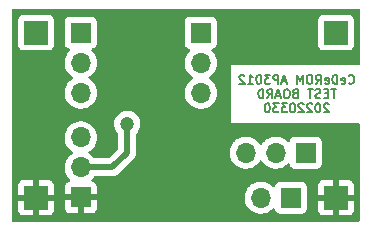
<source format=gbr>
%TF.GenerationSoftware,KiCad,Pcbnew,6.0.4*%
%TF.CreationDate,2022-03-30T22:58:47+02:00*%
%TF.ProjectId,cederom-ap3012-test,63656465-726f-46d2-9d61-70333031322d,2022-03-30*%
%TF.SameCoordinates,Original*%
%TF.FileFunction,Copper,L2,Bot*%
%TF.FilePolarity,Positive*%
%FSLAX46Y46*%
G04 Gerber Fmt 4.6, Leading zero omitted, Abs format (unit mm)*
G04 Created by KiCad (PCBNEW 6.0.4) date 2022-03-30 22:58:47*
%MOMM*%
%LPD*%
G01*
G04 APERTURE LIST*
%ADD10C,0.187500*%
%TA.AperFunction,NonConductor*%
%ADD11C,0.187500*%
%TD*%
%TA.AperFunction,ComponentPad*%
%ADD12R,1.700000X1.700000*%
%TD*%
%TA.AperFunction,ComponentPad*%
%ADD13O,1.700000X1.700000*%
%TD*%
%TA.AperFunction,ComponentPad*%
%ADD14R,2.000000X2.000000*%
%TD*%
%TA.AperFunction,ViaPad*%
%ADD15C,1.200000*%
%TD*%
%TA.AperFunction,Conductor*%
%ADD16C,0.500000*%
%TD*%
G04 APERTURE END LIST*
D10*
D11*
X102690857Y-55067357D02*
X102726571Y-55103071D01*
X102833714Y-55138785D01*
X102905142Y-55138785D01*
X103012285Y-55103071D01*
X103083714Y-55031642D01*
X103119428Y-54960214D01*
X103155142Y-54817357D01*
X103155142Y-54710214D01*
X103119428Y-54567357D01*
X103083714Y-54495928D01*
X103012285Y-54424500D01*
X102905142Y-54388785D01*
X102833714Y-54388785D01*
X102726571Y-54424500D01*
X102690857Y-54460214D01*
X102083714Y-55103071D02*
X102155142Y-55138785D01*
X102298000Y-55138785D01*
X102369428Y-55103071D01*
X102405142Y-55031642D01*
X102405142Y-54745928D01*
X102369428Y-54674500D01*
X102298000Y-54638785D01*
X102155142Y-54638785D01*
X102083714Y-54674500D01*
X102048000Y-54745928D01*
X102048000Y-54817357D01*
X102405142Y-54888785D01*
X101726571Y-55138785D02*
X101726571Y-54388785D01*
X101548000Y-54388785D01*
X101440857Y-54424500D01*
X101369428Y-54495928D01*
X101333714Y-54567357D01*
X101298000Y-54710214D01*
X101298000Y-54817357D01*
X101333714Y-54960214D01*
X101369428Y-55031642D01*
X101440857Y-55103071D01*
X101548000Y-55138785D01*
X101726571Y-55138785D01*
X100690857Y-55103071D02*
X100762285Y-55138785D01*
X100905142Y-55138785D01*
X100976571Y-55103071D01*
X101012285Y-55031642D01*
X101012285Y-54745928D01*
X100976571Y-54674500D01*
X100905142Y-54638785D01*
X100762285Y-54638785D01*
X100690857Y-54674500D01*
X100655142Y-54745928D01*
X100655142Y-54817357D01*
X101012285Y-54888785D01*
X99905142Y-55138785D02*
X100155142Y-54781642D01*
X100333714Y-55138785D02*
X100333714Y-54388785D01*
X100048000Y-54388785D01*
X99976571Y-54424500D01*
X99940857Y-54460214D01*
X99905142Y-54531642D01*
X99905142Y-54638785D01*
X99940857Y-54710214D01*
X99976571Y-54745928D01*
X100048000Y-54781642D01*
X100333714Y-54781642D01*
X99440857Y-54388785D02*
X99298000Y-54388785D01*
X99226571Y-54424500D01*
X99155142Y-54495928D01*
X99119428Y-54638785D01*
X99119428Y-54888785D01*
X99155142Y-55031642D01*
X99226571Y-55103071D01*
X99298000Y-55138785D01*
X99440857Y-55138785D01*
X99512285Y-55103071D01*
X99583714Y-55031642D01*
X99619428Y-54888785D01*
X99619428Y-54638785D01*
X99583714Y-54495928D01*
X99512285Y-54424500D01*
X99440857Y-54388785D01*
X98798000Y-55138785D02*
X98798000Y-54388785D01*
X98548000Y-54924500D01*
X98298000Y-54388785D01*
X98298000Y-55138785D01*
X97405142Y-54924500D02*
X97048000Y-54924500D01*
X97476571Y-55138785D02*
X97226571Y-54388785D01*
X96976571Y-55138785D01*
X96726571Y-55138785D02*
X96726571Y-54388785D01*
X96440857Y-54388785D01*
X96369428Y-54424500D01*
X96333714Y-54460214D01*
X96298000Y-54531642D01*
X96298000Y-54638785D01*
X96333714Y-54710214D01*
X96369428Y-54745928D01*
X96440857Y-54781642D01*
X96726571Y-54781642D01*
X96048000Y-54388785D02*
X95583714Y-54388785D01*
X95833714Y-54674500D01*
X95726571Y-54674500D01*
X95655142Y-54710214D01*
X95619428Y-54745928D01*
X95583714Y-54817357D01*
X95583714Y-54995928D01*
X95619428Y-55067357D01*
X95655142Y-55103071D01*
X95726571Y-55138785D01*
X95940857Y-55138785D01*
X96012285Y-55103071D01*
X96048000Y-55067357D01*
X95119428Y-54388785D02*
X95048000Y-54388785D01*
X94976571Y-54424500D01*
X94940857Y-54460214D01*
X94905142Y-54531642D01*
X94869428Y-54674500D01*
X94869428Y-54853071D01*
X94905142Y-54995928D01*
X94940857Y-55067357D01*
X94976571Y-55103071D01*
X95048000Y-55138785D01*
X95119428Y-55138785D01*
X95190857Y-55103071D01*
X95226571Y-55067357D01*
X95262285Y-54995928D01*
X95298000Y-54853071D01*
X95298000Y-54674500D01*
X95262285Y-54531642D01*
X95226571Y-54460214D01*
X95190857Y-54424500D01*
X95119428Y-54388785D01*
X94155142Y-55138785D02*
X94583714Y-55138785D01*
X94369428Y-55138785D02*
X94369428Y-54388785D01*
X94440857Y-54495928D01*
X94512285Y-54567357D01*
X94583714Y-54603071D01*
X93869428Y-54460214D02*
X93833714Y-54424500D01*
X93762285Y-54388785D01*
X93583714Y-54388785D01*
X93512285Y-54424500D01*
X93476571Y-54460214D01*
X93440857Y-54531642D01*
X93440857Y-54603071D01*
X93476571Y-54710214D01*
X93905142Y-55138785D01*
X93440857Y-55138785D01*
X101619428Y-55596285D02*
X101190857Y-55596285D01*
X101405142Y-56346285D02*
X101405142Y-55596285D01*
X100940857Y-55953428D02*
X100690857Y-55953428D01*
X100583714Y-56346285D02*
X100940857Y-56346285D01*
X100940857Y-55596285D01*
X100583714Y-55596285D01*
X100298000Y-56310571D02*
X100190857Y-56346285D01*
X100012285Y-56346285D01*
X99940857Y-56310571D01*
X99905142Y-56274857D01*
X99869428Y-56203428D01*
X99869428Y-56132000D01*
X99905142Y-56060571D01*
X99940857Y-56024857D01*
X100012285Y-55989142D01*
X100155142Y-55953428D01*
X100226571Y-55917714D01*
X100262285Y-55882000D01*
X100298000Y-55810571D01*
X100298000Y-55739142D01*
X100262285Y-55667714D01*
X100226571Y-55632000D01*
X100155142Y-55596285D01*
X99976571Y-55596285D01*
X99869428Y-55632000D01*
X99655142Y-55596285D02*
X99226571Y-55596285D01*
X99440857Y-56346285D02*
X99440857Y-55596285D01*
X98155142Y-55953428D02*
X98047999Y-55989142D01*
X98012285Y-56024857D01*
X97976571Y-56096285D01*
X97976571Y-56203428D01*
X98012285Y-56274857D01*
X98047999Y-56310571D01*
X98119428Y-56346285D01*
X98405142Y-56346285D01*
X98405142Y-55596285D01*
X98155142Y-55596285D01*
X98083714Y-55632000D01*
X98047999Y-55667714D01*
X98012285Y-55739142D01*
X98012285Y-55810571D01*
X98047999Y-55882000D01*
X98083714Y-55917714D01*
X98155142Y-55953428D01*
X98405142Y-55953428D01*
X97512285Y-55596285D02*
X97369428Y-55596285D01*
X97297999Y-55632000D01*
X97226571Y-55703428D01*
X97190857Y-55846285D01*
X97190857Y-56096285D01*
X97226571Y-56239142D01*
X97297999Y-56310571D01*
X97369428Y-56346285D01*
X97512285Y-56346285D01*
X97583714Y-56310571D01*
X97655142Y-56239142D01*
X97690857Y-56096285D01*
X97690857Y-55846285D01*
X97655142Y-55703428D01*
X97583714Y-55632000D01*
X97512285Y-55596285D01*
X96905142Y-56132000D02*
X96547999Y-56132000D01*
X96976571Y-56346285D02*
X96726571Y-55596285D01*
X96476571Y-56346285D01*
X95797999Y-56346285D02*
X96047999Y-55989142D01*
X96226571Y-56346285D02*
X96226571Y-55596285D01*
X95940857Y-55596285D01*
X95869428Y-55632000D01*
X95833714Y-55667714D01*
X95797999Y-55739142D01*
X95797999Y-55846285D01*
X95833714Y-55917714D01*
X95869428Y-55953428D01*
X95940857Y-55989142D01*
X96226571Y-55989142D01*
X95476571Y-56346285D02*
X95476571Y-55596285D01*
X95297999Y-55596285D01*
X95190857Y-55632000D01*
X95119428Y-55703428D01*
X95083714Y-55774857D01*
X95047999Y-55917714D01*
X95047999Y-56024857D01*
X95083714Y-56167714D01*
X95119428Y-56239142D01*
X95190857Y-56310571D01*
X95297999Y-56346285D01*
X95476571Y-56346285D01*
X101012285Y-56875214D02*
X100976571Y-56839500D01*
X100905142Y-56803785D01*
X100726571Y-56803785D01*
X100655142Y-56839500D01*
X100619428Y-56875214D01*
X100583714Y-56946642D01*
X100583714Y-57018071D01*
X100619428Y-57125214D01*
X101048000Y-57553785D01*
X100583714Y-57553785D01*
X100119428Y-56803785D02*
X100048000Y-56803785D01*
X99976571Y-56839500D01*
X99940857Y-56875214D01*
X99905142Y-56946642D01*
X99869428Y-57089500D01*
X99869428Y-57268071D01*
X99905142Y-57410928D01*
X99940857Y-57482357D01*
X99976571Y-57518071D01*
X100048000Y-57553785D01*
X100119428Y-57553785D01*
X100190857Y-57518071D01*
X100226571Y-57482357D01*
X100262285Y-57410928D01*
X100298000Y-57268071D01*
X100298000Y-57089500D01*
X100262285Y-56946642D01*
X100226571Y-56875214D01*
X100190857Y-56839500D01*
X100119428Y-56803785D01*
X99583714Y-56875214D02*
X99548000Y-56839500D01*
X99476571Y-56803785D01*
X99298000Y-56803785D01*
X99226571Y-56839500D01*
X99190857Y-56875214D01*
X99155142Y-56946642D01*
X99155142Y-57018071D01*
X99190857Y-57125214D01*
X99619428Y-57553785D01*
X99155142Y-57553785D01*
X98869428Y-56875214D02*
X98833714Y-56839500D01*
X98762285Y-56803785D01*
X98583714Y-56803785D01*
X98512285Y-56839500D01*
X98476571Y-56875214D01*
X98440857Y-56946642D01*
X98440857Y-57018071D01*
X98476571Y-57125214D01*
X98905142Y-57553785D01*
X98440857Y-57553785D01*
X97976571Y-56803785D02*
X97905142Y-56803785D01*
X97833714Y-56839500D01*
X97798000Y-56875214D01*
X97762285Y-56946642D01*
X97726571Y-57089500D01*
X97726571Y-57268071D01*
X97762285Y-57410928D01*
X97798000Y-57482357D01*
X97833714Y-57518071D01*
X97905142Y-57553785D01*
X97976571Y-57553785D01*
X98048000Y-57518071D01*
X98083714Y-57482357D01*
X98119428Y-57410928D01*
X98155142Y-57268071D01*
X98155142Y-57089500D01*
X98119428Y-56946642D01*
X98083714Y-56875214D01*
X98048000Y-56839500D01*
X97976571Y-56803785D01*
X97476571Y-56803785D02*
X97012285Y-56803785D01*
X97262285Y-57089500D01*
X97155142Y-57089500D01*
X97083714Y-57125214D01*
X97048000Y-57160928D01*
X97012285Y-57232357D01*
X97012285Y-57410928D01*
X97048000Y-57482357D01*
X97083714Y-57518071D01*
X97155142Y-57553785D01*
X97369428Y-57553785D01*
X97440857Y-57518071D01*
X97476571Y-57482357D01*
X96762285Y-56803785D02*
X96298000Y-56803785D01*
X96548000Y-57089500D01*
X96440857Y-57089500D01*
X96369428Y-57125214D01*
X96333714Y-57160928D01*
X96298000Y-57232357D01*
X96298000Y-57410928D01*
X96333714Y-57482357D01*
X96369428Y-57518071D01*
X96440857Y-57553785D01*
X96655142Y-57553785D01*
X96726571Y-57518071D01*
X96762285Y-57482357D01*
X95833714Y-56803785D02*
X95762285Y-56803785D01*
X95690857Y-56839500D01*
X95655142Y-56875214D01*
X95619428Y-56946642D01*
X95583714Y-57089500D01*
X95583714Y-57268071D01*
X95619428Y-57410928D01*
X95655142Y-57482357D01*
X95690857Y-57518071D01*
X95762285Y-57553785D01*
X95833714Y-57553785D01*
X95905142Y-57518071D01*
X95940857Y-57482357D01*
X95976571Y-57410928D01*
X96012285Y-57268071D01*
X96012285Y-57089500D01*
X95976571Y-56946642D01*
X95940857Y-56875214D01*
X95905142Y-56839500D01*
X95833714Y-56803785D01*
D12*
%TO.P,R`1,1,Pin_1*%
%TO.N,Net-(JP3-Pad1)*%
X97795000Y-64770000D03*
D13*
%TO.P,R`1,2,Pin_2*%
%TO.N,Net-(R`1-Pad2)*%
X95255000Y-64770000D03*
%TD*%
D12*
%TO.P,JP2,1,A*%
%TO.N,Net-(D1-Pad2)*%
X90170000Y-50815000D03*
D13*
%TO.P,JP2,2,C*%
%TO.N,Net-(JP2-Pad2)*%
X90170000Y-53355000D03*
%TO.P,JP2,3,B*%
%TO.N,Net-(D2-Pad2)*%
X90170000Y-55895000D03*
%TD*%
D12*
%TO.P,JP4,1,A*%
%TO.N,GND*%
X80010000Y-64755000D03*
D13*
%TO.P,JP4,2,C*%
%TO.N,Net-(JP4-Pad2)*%
X80010000Y-62215000D03*
%TO.P,JP4,3,B*%
%TO.N,Net-(C1-Pad1)*%
X80010000Y-59675000D03*
%TD*%
%TO.P,JP3,3,B*%
%TO.N,Net-(JP3-Pad3)*%
X93980000Y-60960000D03*
%TO.P,JP3,2,C*%
%TO.N,Net-(C2-Pad1)*%
X96520000Y-60960000D03*
D12*
%TO.P,JP3,1,A*%
%TO.N,Net-(JP3-Pad1)*%
X99060000Y-60960000D03*
%TD*%
%TO.P,JP1,1,A*%
%TO.N,Net-(JP1-Pad1)*%
X80010000Y-50800000D03*
D13*
%TO.P,JP1,2,C*%
%TO.N,Net-(C1-Pad1)*%
X80010000Y-53340000D03*
%TO.P,JP1,3,B*%
%TO.N,Net-(JP1-Pad3)*%
X80010000Y-55880000D03*
%TD*%
D14*
%TO.P,TP4,1,1*%
%TO.N,GND*%
X101600000Y-64770000D03*
%TD*%
%TO.P,TP1,1,1*%
%TO.N,Net-(C1-Pad1)*%
X76200000Y-50800000D03*
%TD*%
%TO.P,TP3,1,1*%
%TO.N,Net-(C2-Pad1)*%
X101600000Y-50800000D03*
%TD*%
%TO.P,TP2,1,1*%
%TO.N,GND*%
X76200000Y-64770000D03*
%TD*%
D15*
%TO.N,Net-(JP4-Pad2)*%
X83947000Y-58547000D03*
%TD*%
D16*
%TO.N,Net-(JP4-Pad2)*%
X83947000Y-58547000D02*
X83947000Y-60960000D01*
X83947000Y-60960000D02*
X82692000Y-62215000D01*
X82692000Y-62215000D02*
X80010000Y-62215000D01*
%TD*%
%TA.AperFunction,Conductor*%
%TO.N,GND*%
G36*
X103573621Y-48788502D02*
G01*
X103620114Y-48842158D01*
X103631500Y-48894500D01*
X103631500Y-53420625D01*
X103611498Y-53488746D01*
X103557842Y-53535239D01*
X103505500Y-53546625D01*
X92695750Y-53546625D01*
X92695750Y-58467375D01*
X103505500Y-58467375D01*
X103573621Y-58487377D01*
X103620114Y-58541033D01*
X103631500Y-58593375D01*
X103631500Y-66675500D01*
X103611498Y-66743621D01*
X103557842Y-66790114D01*
X103505500Y-66801500D01*
X74294500Y-66801500D01*
X74226379Y-66781498D01*
X74179886Y-66727842D01*
X74168500Y-66675500D01*
X74168500Y-65814669D01*
X74692001Y-65814669D01*
X74692371Y-65821490D01*
X74697895Y-65872352D01*
X74701521Y-65887604D01*
X74746676Y-66008054D01*
X74755214Y-66023649D01*
X74831715Y-66125724D01*
X74844276Y-66138285D01*
X74946351Y-66214786D01*
X74961946Y-66223324D01*
X75082394Y-66268478D01*
X75097649Y-66272105D01*
X75148514Y-66277631D01*
X75155328Y-66278000D01*
X75927885Y-66278000D01*
X75943124Y-66273525D01*
X75944329Y-66272135D01*
X75946000Y-66264452D01*
X75946000Y-66259884D01*
X76454000Y-66259884D01*
X76458475Y-66275123D01*
X76459865Y-66276328D01*
X76467548Y-66277999D01*
X77244669Y-66277999D01*
X77251490Y-66277629D01*
X77302352Y-66272105D01*
X77317604Y-66268479D01*
X77438054Y-66223324D01*
X77453649Y-66214786D01*
X77555724Y-66138285D01*
X77568285Y-66125724D01*
X77644786Y-66023649D01*
X77653324Y-66008054D01*
X77698478Y-65887606D01*
X77702105Y-65872351D01*
X77707631Y-65821486D01*
X77708000Y-65814672D01*
X77708000Y-65649669D01*
X78652001Y-65649669D01*
X78652371Y-65656490D01*
X78657895Y-65707352D01*
X78661521Y-65722604D01*
X78706676Y-65843054D01*
X78715214Y-65858649D01*
X78791715Y-65960724D01*
X78804276Y-65973285D01*
X78906351Y-66049786D01*
X78921946Y-66058324D01*
X79042394Y-66103478D01*
X79057649Y-66107105D01*
X79108514Y-66112631D01*
X79115328Y-66113000D01*
X79737885Y-66113000D01*
X79753124Y-66108525D01*
X79754329Y-66107135D01*
X79756000Y-66099452D01*
X79756000Y-66094884D01*
X80264000Y-66094884D01*
X80268475Y-66110123D01*
X80269865Y-66111328D01*
X80277548Y-66112999D01*
X80904669Y-66112999D01*
X80911490Y-66112629D01*
X80962352Y-66107105D01*
X80977604Y-66103479D01*
X81098054Y-66058324D01*
X81113649Y-66049786D01*
X81215724Y-65973285D01*
X81228285Y-65960724D01*
X81304786Y-65858649D01*
X81313324Y-65843054D01*
X81358478Y-65722606D01*
X81362105Y-65707351D01*
X81367631Y-65656486D01*
X81368000Y-65649672D01*
X81368000Y-65027115D01*
X81363525Y-65011876D01*
X81362135Y-65010671D01*
X81354452Y-65009000D01*
X80282115Y-65009000D01*
X80266876Y-65013475D01*
X80265671Y-65014865D01*
X80264000Y-65022548D01*
X80264000Y-66094884D01*
X79756000Y-66094884D01*
X79756000Y-65027115D01*
X79751525Y-65011876D01*
X79750135Y-65010671D01*
X79742452Y-65009000D01*
X78670116Y-65009000D01*
X78654877Y-65013475D01*
X78653672Y-65014865D01*
X78652001Y-65022548D01*
X78652001Y-65649669D01*
X77708000Y-65649669D01*
X77708000Y-65042115D01*
X77703525Y-65026876D01*
X77702135Y-65025671D01*
X77694452Y-65024000D01*
X76472115Y-65024000D01*
X76456876Y-65028475D01*
X76455671Y-65029865D01*
X76454000Y-65037548D01*
X76454000Y-66259884D01*
X75946000Y-66259884D01*
X75946000Y-65042115D01*
X75941525Y-65026876D01*
X75940135Y-65025671D01*
X75932452Y-65024000D01*
X74710116Y-65024000D01*
X74694877Y-65028475D01*
X74693672Y-65029865D01*
X74692001Y-65037548D01*
X74692001Y-65814669D01*
X74168500Y-65814669D01*
X74168500Y-64736695D01*
X93892251Y-64736695D01*
X93905110Y-64959715D01*
X93906247Y-64964761D01*
X93906248Y-64964767D01*
X93920299Y-65027115D01*
X93954222Y-65177639D01*
X94038266Y-65384616D01*
X94154987Y-65575088D01*
X94301250Y-65743938D01*
X94473126Y-65886632D01*
X94666000Y-65999338D01*
X94874692Y-66079030D01*
X94879760Y-66080061D01*
X94879763Y-66080062D01*
X94952616Y-66094884D01*
X95093597Y-66123567D01*
X95098772Y-66123757D01*
X95098774Y-66123757D01*
X95311673Y-66131564D01*
X95311677Y-66131564D01*
X95316837Y-66131753D01*
X95321957Y-66131097D01*
X95321959Y-66131097D01*
X95533288Y-66104025D01*
X95533289Y-66104025D01*
X95538416Y-66103368D01*
X95551469Y-66099452D01*
X95747429Y-66040661D01*
X95747434Y-66040659D01*
X95752384Y-66039174D01*
X95952994Y-65940896D01*
X96134860Y-65811173D01*
X96243091Y-65703319D01*
X96305462Y-65669404D01*
X96376268Y-65674592D01*
X96433030Y-65717238D01*
X96450012Y-65748341D01*
X96474879Y-65814672D01*
X96494385Y-65866705D01*
X96581739Y-65983261D01*
X96698295Y-66070615D01*
X96834684Y-66121745D01*
X96896866Y-66128500D01*
X98693134Y-66128500D01*
X98755316Y-66121745D01*
X98891705Y-66070615D01*
X99008261Y-65983261D01*
X99095615Y-65866705D01*
X99115122Y-65814669D01*
X100092001Y-65814669D01*
X100092371Y-65821490D01*
X100097895Y-65872352D01*
X100101521Y-65887604D01*
X100146676Y-66008054D01*
X100155214Y-66023649D01*
X100231715Y-66125724D01*
X100244276Y-66138285D01*
X100346351Y-66214786D01*
X100361946Y-66223324D01*
X100482394Y-66268478D01*
X100497649Y-66272105D01*
X100548514Y-66277631D01*
X100555328Y-66278000D01*
X101327885Y-66278000D01*
X101343124Y-66273525D01*
X101344329Y-66272135D01*
X101346000Y-66264452D01*
X101346000Y-66259884D01*
X101854000Y-66259884D01*
X101858475Y-66275123D01*
X101859865Y-66276328D01*
X101867548Y-66277999D01*
X102644669Y-66277999D01*
X102651490Y-66277629D01*
X102702352Y-66272105D01*
X102717604Y-66268479D01*
X102838054Y-66223324D01*
X102853649Y-66214786D01*
X102955724Y-66138285D01*
X102968285Y-66125724D01*
X103044786Y-66023649D01*
X103053324Y-66008054D01*
X103098478Y-65887606D01*
X103102105Y-65872351D01*
X103107631Y-65821486D01*
X103108000Y-65814672D01*
X103108000Y-65042115D01*
X103103525Y-65026876D01*
X103102135Y-65025671D01*
X103094452Y-65024000D01*
X101872115Y-65024000D01*
X101856876Y-65028475D01*
X101855671Y-65029865D01*
X101854000Y-65037548D01*
X101854000Y-66259884D01*
X101346000Y-66259884D01*
X101346000Y-65042115D01*
X101341525Y-65026876D01*
X101340135Y-65025671D01*
X101332452Y-65024000D01*
X100110116Y-65024000D01*
X100094877Y-65028475D01*
X100093672Y-65029865D01*
X100092001Y-65037548D01*
X100092001Y-65814669D01*
X99115122Y-65814669D01*
X99146745Y-65730316D01*
X99153500Y-65668134D01*
X99153500Y-64497885D01*
X100092000Y-64497885D01*
X100096475Y-64513124D01*
X100097865Y-64514329D01*
X100105548Y-64516000D01*
X101327885Y-64516000D01*
X101343124Y-64511525D01*
X101344329Y-64510135D01*
X101346000Y-64502452D01*
X101346000Y-64497885D01*
X101854000Y-64497885D01*
X101858475Y-64513124D01*
X101859865Y-64514329D01*
X101867548Y-64516000D01*
X103089884Y-64516000D01*
X103105123Y-64511525D01*
X103106328Y-64510135D01*
X103107999Y-64502452D01*
X103107999Y-63725331D01*
X103107629Y-63718510D01*
X103102105Y-63667648D01*
X103098479Y-63652396D01*
X103053324Y-63531946D01*
X103044786Y-63516351D01*
X102968285Y-63414276D01*
X102955724Y-63401715D01*
X102853649Y-63325214D01*
X102838054Y-63316676D01*
X102717606Y-63271522D01*
X102702351Y-63267895D01*
X102651486Y-63262369D01*
X102644672Y-63262000D01*
X101872115Y-63262000D01*
X101856876Y-63266475D01*
X101855671Y-63267865D01*
X101854000Y-63275548D01*
X101854000Y-64497885D01*
X101346000Y-64497885D01*
X101346000Y-63280116D01*
X101341525Y-63264877D01*
X101340135Y-63263672D01*
X101332452Y-63262001D01*
X100555331Y-63262001D01*
X100548510Y-63262371D01*
X100497648Y-63267895D01*
X100482396Y-63271521D01*
X100361946Y-63316676D01*
X100346351Y-63325214D01*
X100244276Y-63401715D01*
X100231715Y-63414276D01*
X100155214Y-63516351D01*
X100146676Y-63531946D01*
X100101522Y-63652394D01*
X100097895Y-63667649D01*
X100092369Y-63718514D01*
X100092000Y-63725328D01*
X100092000Y-64497885D01*
X99153500Y-64497885D01*
X99153500Y-63871866D01*
X99146745Y-63809684D01*
X99095615Y-63673295D01*
X99008261Y-63556739D01*
X98891705Y-63469385D01*
X98755316Y-63418255D01*
X98693134Y-63411500D01*
X96896866Y-63411500D01*
X96834684Y-63418255D01*
X96698295Y-63469385D01*
X96581739Y-63556739D01*
X96494385Y-63673295D01*
X96491233Y-63681703D01*
X96449919Y-63791907D01*
X96407277Y-63848671D01*
X96340716Y-63873371D01*
X96271367Y-63858163D01*
X96238743Y-63832476D01*
X96188151Y-63776875D01*
X96188142Y-63776866D01*
X96184670Y-63773051D01*
X96180619Y-63769852D01*
X96180615Y-63769848D01*
X96013414Y-63637800D01*
X96013410Y-63637798D01*
X96009359Y-63634598D01*
X95813789Y-63526638D01*
X95808920Y-63524914D01*
X95808916Y-63524912D01*
X95608087Y-63453795D01*
X95608083Y-63453794D01*
X95603212Y-63452069D01*
X95598119Y-63451162D01*
X95598116Y-63451161D01*
X95388373Y-63413800D01*
X95388367Y-63413799D01*
X95383284Y-63412894D01*
X95309452Y-63411992D01*
X95165081Y-63410228D01*
X95165079Y-63410228D01*
X95159911Y-63410165D01*
X94939091Y-63443955D01*
X94726756Y-63513357D01*
X94528607Y-63616507D01*
X94524474Y-63619610D01*
X94524471Y-63619612D01*
X94354100Y-63747530D01*
X94349965Y-63750635D01*
X94314837Y-63787394D01*
X94256280Y-63848671D01*
X94195629Y-63912138D01*
X94069743Y-64096680D01*
X93975688Y-64299305D01*
X93915989Y-64514570D01*
X93892251Y-64736695D01*
X74168500Y-64736695D01*
X74168500Y-64497885D01*
X74692000Y-64497885D01*
X74696475Y-64513124D01*
X74697865Y-64514329D01*
X74705548Y-64516000D01*
X75927885Y-64516000D01*
X75943124Y-64511525D01*
X75944329Y-64510135D01*
X75946000Y-64502452D01*
X75946000Y-64497885D01*
X76454000Y-64497885D01*
X76458475Y-64513124D01*
X76459865Y-64514329D01*
X76467548Y-64516000D01*
X77689884Y-64516000D01*
X77705123Y-64511525D01*
X77706328Y-64510135D01*
X77707999Y-64502452D01*
X77707999Y-63725331D01*
X77707629Y-63718510D01*
X77702105Y-63667648D01*
X77698479Y-63652396D01*
X77653324Y-63531946D01*
X77644786Y-63516351D01*
X77568285Y-63414276D01*
X77555724Y-63401715D01*
X77453649Y-63325214D01*
X77438054Y-63316676D01*
X77317606Y-63271522D01*
X77302351Y-63267895D01*
X77251486Y-63262369D01*
X77244672Y-63262000D01*
X76472115Y-63262000D01*
X76456876Y-63266475D01*
X76455671Y-63267865D01*
X76454000Y-63275548D01*
X76454000Y-64497885D01*
X75946000Y-64497885D01*
X75946000Y-63280116D01*
X75941525Y-63264877D01*
X75940135Y-63263672D01*
X75932452Y-63262001D01*
X75155331Y-63262001D01*
X75148510Y-63262371D01*
X75097648Y-63267895D01*
X75082396Y-63271521D01*
X74961946Y-63316676D01*
X74946351Y-63325214D01*
X74844276Y-63401715D01*
X74831715Y-63414276D01*
X74755214Y-63516351D01*
X74746676Y-63531946D01*
X74701522Y-63652394D01*
X74697895Y-63667649D01*
X74692369Y-63718514D01*
X74692000Y-63725328D01*
X74692000Y-64497885D01*
X74168500Y-64497885D01*
X74168500Y-62181695D01*
X78647251Y-62181695D01*
X78647548Y-62186848D01*
X78647548Y-62186851D01*
X78659812Y-62399547D01*
X78660110Y-62404715D01*
X78661247Y-62409761D01*
X78661248Y-62409767D01*
X78685304Y-62516508D01*
X78709222Y-62622639D01*
X78758752Y-62744617D01*
X78786876Y-62813878D01*
X78793266Y-62829616D01*
X78809808Y-62856610D01*
X78875895Y-62964454D01*
X78909987Y-63020088D01*
X79056250Y-63188938D01*
X79060225Y-63192238D01*
X79060231Y-63192244D01*
X79065425Y-63196556D01*
X79105059Y-63255460D01*
X79106555Y-63326441D01*
X79069439Y-63386962D01*
X79029168Y-63411480D01*
X78921946Y-63451676D01*
X78906351Y-63460214D01*
X78804276Y-63536715D01*
X78791715Y-63549276D01*
X78715214Y-63651351D01*
X78706676Y-63666946D01*
X78661522Y-63787394D01*
X78657895Y-63802649D01*
X78652369Y-63853514D01*
X78652000Y-63860328D01*
X78652000Y-64482885D01*
X78656475Y-64498124D01*
X78657865Y-64499329D01*
X78665548Y-64501000D01*
X81349884Y-64501000D01*
X81365123Y-64496525D01*
X81366328Y-64495135D01*
X81367999Y-64487452D01*
X81367999Y-63860331D01*
X81367629Y-63853510D01*
X81362105Y-63802648D01*
X81358479Y-63787396D01*
X81313324Y-63666946D01*
X81304786Y-63651351D01*
X81228285Y-63549276D01*
X81215724Y-63536715D01*
X81113649Y-63460214D01*
X81098054Y-63451676D01*
X80987813Y-63410348D01*
X80931049Y-63367706D01*
X80906349Y-63301145D01*
X80921557Y-63231796D01*
X80943104Y-63203115D01*
X81044430Y-63102144D01*
X81044440Y-63102132D01*
X81048096Y-63098489D01*
X81100203Y-63025974D01*
X81156198Y-62982326D01*
X81202526Y-62973500D01*
X82624930Y-62973500D01*
X82643880Y-62974933D01*
X82658115Y-62977099D01*
X82658119Y-62977099D01*
X82665349Y-62978199D01*
X82672641Y-62977606D01*
X82672644Y-62977606D01*
X82718018Y-62973915D01*
X82728233Y-62973500D01*
X82736293Y-62973500D01*
X82749583Y-62971951D01*
X82764507Y-62970211D01*
X82768882Y-62969778D01*
X82834339Y-62964454D01*
X82834342Y-62964453D01*
X82841637Y-62963860D01*
X82848601Y-62961604D01*
X82854560Y-62960413D01*
X82860415Y-62959029D01*
X82867681Y-62958182D01*
X82936327Y-62933265D01*
X82940455Y-62931848D01*
X83002936Y-62911607D01*
X83002938Y-62911606D01*
X83009899Y-62909351D01*
X83016154Y-62905555D01*
X83021628Y-62903049D01*
X83027058Y-62900330D01*
X83033937Y-62897833D01*
X83094976Y-62857814D01*
X83098680Y-62855477D01*
X83161107Y-62817595D01*
X83169484Y-62810197D01*
X83169508Y-62810224D01*
X83172500Y-62807571D01*
X83175733Y-62804868D01*
X83181852Y-62800856D01*
X83235128Y-62744617D01*
X83237506Y-62742175D01*
X84435911Y-61543770D01*
X84450323Y-61531384D01*
X84461918Y-61522851D01*
X84461923Y-61522846D01*
X84467818Y-61518508D01*
X84472557Y-61512930D01*
X84472560Y-61512927D01*
X84502035Y-61478232D01*
X84508965Y-61470716D01*
X84514660Y-61465021D01*
X84523679Y-61453621D01*
X84532281Y-61442749D01*
X84535072Y-61439345D01*
X84577591Y-61389297D01*
X84577592Y-61389295D01*
X84582333Y-61383715D01*
X84585661Y-61377199D01*
X84589028Y-61372150D01*
X84592195Y-61367021D01*
X84596734Y-61361284D01*
X84627655Y-61295125D01*
X84629561Y-61291225D01*
X84662769Y-61226192D01*
X84664508Y-61219084D01*
X84666607Y-61213441D01*
X84668524Y-61207678D01*
X84671622Y-61201050D01*
X84686487Y-61129583D01*
X84687457Y-61125299D01*
X84702307Y-61064612D01*
X84704808Y-61054390D01*
X84705500Y-61043236D01*
X84705536Y-61043238D01*
X84705775Y-61039245D01*
X84706149Y-61035053D01*
X84707640Y-61027885D01*
X84705546Y-60950479D01*
X84705500Y-60947072D01*
X84705500Y-60926695D01*
X92617251Y-60926695D01*
X92617548Y-60931848D01*
X92617548Y-60931851D01*
X92629812Y-61144547D01*
X92630110Y-61149715D01*
X92631247Y-61154761D01*
X92631248Y-61154767D01*
X92645510Y-61218051D01*
X92679222Y-61367639D01*
X92719819Y-61467617D01*
X92751799Y-61546375D01*
X92763266Y-61574616D01*
X92800685Y-61635678D01*
X92877291Y-61760688D01*
X92879987Y-61765088D01*
X93026250Y-61933938D01*
X93198126Y-62076632D01*
X93391000Y-62189338D01*
X93599692Y-62269030D01*
X93604760Y-62270061D01*
X93604763Y-62270062D01*
X93712017Y-62291883D01*
X93818597Y-62313567D01*
X93823772Y-62313757D01*
X93823774Y-62313757D01*
X94036673Y-62321564D01*
X94036677Y-62321564D01*
X94041837Y-62321753D01*
X94046957Y-62321097D01*
X94046959Y-62321097D01*
X94258288Y-62294025D01*
X94258289Y-62294025D01*
X94263416Y-62293368D01*
X94268366Y-62291883D01*
X94472429Y-62230661D01*
X94472434Y-62230659D01*
X94477384Y-62229174D01*
X94677994Y-62130896D01*
X94859860Y-62001173D01*
X95018096Y-61843489D01*
X95077594Y-61760689D01*
X95148453Y-61662077D01*
X95149776Y-61663028D01*
X95196645Y-61619857D01*
X95266580Y-61607625D01*
X95332026Y-61635144D01*
X95359875Y-61666994D01*
X95419987Y-61765088D01*
X95566250Y-61933938D01*
X95738126Y-62076632D01*
X95931000Y-62189338D01*
X96139692Y-62269030D01*
X96144760Y-62270061D01*
X96144763Y-62270062D01*
X96252017Y-62291883D01*
X96358597Y-62313567D01*
X96363772Y-62313757D01*
X96363774Y-62313757D01*
X96576673Y-62321564D01*
X96576677Y-62321564D01*
X96581837Y-62321753D01*
X96586957Y-62321097D01*
X96586959Y-62321097D01*
X96798288Y-62294025D01*
X96798289Y-62294025D01*
X96803416Y-62293368D01*
X96808366Y-62291883D01*
X97012429Y-62230661D01*
X97012434Y-62230659D01*
X97017384Y-62229174D01*
X97217994Y-62130896D01*
X97399860Y-62001173D01*
X97508091Y-61893319D01*
X97570462Y-61859404D01*
X97641268Y-61864592D01*
X97698030Y-61907238D01*
X97715012Y-61938341D01*
X97724896Y-61964707D01*
X97759385Y-62056705D01*
X97846739Y-62173261D01*
X97963295Y-62260615D01*
X98099684Y-62311745D01*
X98161866Y-62318500D01*
X99958134Y-62318500D01*
X100020316Y-62311745D01*
X100156705Y-62260615D01*
X100273261Y-62173261D01*
X100360615Y-62056705D01*
X100411745Y-61920316D01*
X100418500Y-61858134D01*
X100418500Y-60061866D01*
X100411745Y-59999684D01*
X100360615Y-59863295D01*
X100273261Y-59746739D01*
X100156705Y-59659385D01*
X100020316Y-59608255D01*
X99958134Y-59601500D01*
X98161866Y-59601500D01*
X98099684Y-59608255D01*
X97963295Y-59659385D01*
X97846739Y-59746739D01*
X97759385Y-59863295D01*
X97756233Y-59871703D01*
X97714919Y-59981907D01*
X97672277Y-60038671D01*
X97605716Y-60063371D01*
X97536367Y-60048163D01*
X97503743Y-60022476D01*
X97453151Y-59966875D01*
X97453142Y-59966866D01*
X97449670Y-59963051D01*
X97445619Y-59959852D01*
X97445615Y-59959848D01*
X97278414Y-59827800D01*
X97278410Y-59827798D01*
X97274359Y-59824598D01*
X97078789Y-59716638D01*
X97073920Y-59714914D01*
X97073916Y-59714912D01*
X96873087Y-59643795D01*
X96873083Y-59643794D01*
X96868212Y-59642069D01*
X96863119Y-59641162D01*
X96863116Y-59641161D01*
X96653373Y-59603800D01*
X96653367Y-59603799D01*
X96648284Y-59602894D01*
X96574452Y-59601992D01*
X96430081Y-59600228D01*
X96430079Y-59600228D01*
X96424911Y-59600165D01*
X96204091Y-59633955D01*
X95991756Y-59703357D01*
X95793607Y-59806507D01*
X95789474Y-59809610D01*
X95789471Y-59809612D01*
X95619100Y-59937530D01*
X95614965Y-59940635D01*
X95588792Y-59968023D01*
X95521280Y-60038671D01*
X95460629Y-60102138D01*
X95353201Y-60259621D01*
X95298293Y-60304621D01*
X95227768Y-60312792D01*
X95164021Y-60281538D01*
X95143324Y-60257054D01*
X95062822Y-60132617D01*
X95062820Y-60132614D01*
X95060014Y-60128277D01*
X94909670Y-59963051D01*
X94905619Y-59959852D01*
X94905615Y-59959848D01*
X94738414Y-59827800D01*
X94738410Y-59827798D01*
X94734359Y-59824598D01*
X94538789Y-59716638D01*
X94533920Y-59714914D01*
X94533916Y-59714912D01*
X94333087Y-59643795D01*
X94333083Y-59643794D01*
X94328212Y-59642069D01*
X94323119Y-59641162D01*
X94323116Y-59641161D01*
X94113373Y-59603800D01*
X94113367Y-59603799D01*
X94108284Y-59602894D01*
X94034452Y-59601992D01*
X93890081Y-59600228D01*
X93890079Y-59600228D01*
X93884911Y-59600165D01*
X93664091Y-59633955D01*
X93451756Y-59703357D01*
X93253607Y-59806507D01*
X93249474Y-59809610D01*
X93249471Y-59809612D01*
X93079100Y-59937530D01*
X93074965Y-59940635D01*
X93048792Y-59968023D01*
X92981280Y-60038671D01*
X92920629Y-60102138D01*
X92917720Y-60106403D01*
X92917714Y-60106411D01*
X92866524Y-60181453D01*
X92794743Y-60286680D01*
X92700688Y-60489305D01*
X92640989Y-60704570D01*
X92617251Y-60926695D01*
X84705500Y-60926695D01*
X84705500Y-59414226D01*
X84725502Y-59346105D01*
X84734626Y-59333657D01*
X84747887Y-59317713D01*
X84864458Y-59177551D01*
X84964004Y-58999799D01*
X84965860Y-58994332D01*
X84965862Y-58994327D01*
X85027634Y-58812352D01*
X85027635Y-58812347D01*
X85029490Y-58806883D01*
X85058723Y-58605263D01*
X85060249Y-58547000D01*
X85042956Y-58358795D01*
X85042137Y-58349880D01*
X85042136Y-58349877D01*
X85041608Y-58344126D01*
X84986307Y-58148047D01*
X84975680Y-58126496D01*
X84898756Y-57970510D01*
X84896201Y-57965329D01*
X84877796Y-57940681D01*
X84777758Y-57806715D01*
X84777758Y-57806714D01*
X84774305Y-57802091D01*
X84624703Y-57663800D01*
X84578675Y-57634759D01*
X84457288Y-57558169D01*
X84457283Y-57558167D01*
X84452404Y-57555088D01*
X84263180Y-57479595D01*
X84063366Y-57439849D01*
X84057592Y-57439773D01*
X84057588Y-57439773D01*
X83954452Y-57438424D01*
X83859655Y-57437183D01*
X83853958Y-57438162D01*
X83853957Y-57438162D01*
X83664567Y-57470705D01*
X83658870Y-57471684D01*
X83467734Y-57542198D01*
X83292649Y-57646363D01*
X83139478Y-57780690D01*
X83135911Y-57785215D01*
X83135906Y-57785220D01*
X83049331Y-57895040D01*
X83013351Y-57940681D01*
X82918492Y-58120978D01*
X82858078Y-58315543D01*
X82834132Y-58517859D01*
X82847457Y-58721151D01*
X82897605Y-58918610D01*
X82982898Y-59103624D01*
X82986231Y-59108340D01*
X83076242Y-59235702D01*
X83100479Y-59269997D01*
X83104621Y-59274032D01*
X83150421Y-59318648D01*
X83185259Y-59380509D01*
X83188500Y-59408902D01*
X83188500Y-60593629D01*
X83168498Y-60661750D01*
X83151595Y-60682724D01*
X82414724Y-61419595D01*
X82352412Y-61453621D01*
X82325629Y-61456500D01*
X81205939Y-61456500D01*
X81137818Y-61436498D01*
X81100147Y-61398941D01*
X81093909Y-61389297D01*
X81090014Y-61383277D01*
X80939670Y-61218051D01*
X80935619Y-61214852D01*
X80935615Y-61214848D01*
X80768414Y-61082800D01*
X80768410Y-61082798D01*
X80764359Y-61079598D01*
X80723053Y-61056796D01*
X80673084Y-61006364D01*
X80658312Y-60936921D01*
X80683428Y-60870516D01*
X80710780Y-60843909D01*
X80754603Y-60812650D01*
X80889860Y-60716173D01*
X81048096Y-60558489D01*
X81097810Y-60489305D01*
X81175435Y-60381277D01*
X81178453Y-60377077D01*
X81210225Y-60312792D01*
X81275136Y-60181453D01*
X81275137Y-60181451D01*
X81277430Y-60176811D01*
X81328859Y-60007540D01*
X81340865Y-59968023D01*
X81340865Y-59968021D01*
X81342370Y-59963069D01*
X81371529Y-59741590D01*
X81372463Y-59703357D01*
X81373074Y-59678365D01*
X81373074Y-59678361D01*
X81373156Y-59675000D01*
X81354852Y-59452361D01*
X81300431Y-59235702D01*
X81211354Y-59030840D01*
X81090014Y-58843277D01*
X80939670Y-58678051D01*
X80935619Y-58674852D01*
X80935615Y-58674848D01*
X80768414Y-58542800D01*
X80768410Y-58542798D01*
X80764359Y-58539598D01*
X80568789Y-58431638D01*
X80563920Y-58429914D01*
X80563916Y-58429912D01*
X80363087Y-58358795D01*
X80363083Y-58358794D01*
X80358212Y-58357069D01*
X80353119Y-58356162D01*
X80353116Y-58356161D01*
X80143373Y-58318800D01*
X80143367Y-58318799D01*
X80138284Y-58317894D01*
X80064452Y-58316992D01*
X79920081Y-58315228D01*
X79920079Y-58315228D01*
X79914911Y-58315165D01*
X79694091Y-58348955D01*
X79481756Y-58418357D01*
X79451443Y-58434137D01*
X79301632Y-58512124D01*
X79283607Y-58521507D01*
X79279474Y-58524610D01*
X79279471Y-58524612D01*
X79109100Y-58652530D01*
X79104965Y-58655635D01*
X79101393Y-58659373D01*
X78955203Y-58812352D01*
X78950629Y-58817138D01*
X78947715Y-58821410D01*
X78947714Y-58821411D01*
X78877831Y-58923856D01*
X78824743Y-59001680D01*
X78809003Y-59035590D01*
X78743107Y-59177551D01*
X78730688Y-59204305D01*
X78670989Y-59419570D01*
X78647251Y-59641695D01*
X78647548Y-59646848D01*
X78647548Y-59646851D01*
X78659614Y-59856109D01*
X78660110Y-59864715D01*
X78661247Y-59869761D01*
X78661248Y-59869767D01*
X78678062Y-59944373D01*
X78709222Y-60082639D01*
X78793266Y-60289616D01*
X78795965Y-60294020D01*
X78904667Y-60471406D01*
X78909987Y-60480088D01*
X79056250Y-60648938D01*
X79228126Y-60791632D01*
X79298595Y-60832811D01*
X79301445Y-60834476D01*
X79350169Y-60886114D01*
X79363240Y-60955897D01*
X79336509Y-61021669D01*
X79296055Y-61055027D01*
X79283607Y-61061507D01*
X79279474Y-61064610D01*
X79279471Y-61064612D01*
X79159396Y-61154767D01*
X79104965Y-61195635D01*
X78950629Y-61357138D01*
X78947715Y-61361410D01*
X78947714Y-61361411D01*
X78922113Y-61398941D01*
X78824743Y-61541680D01*
X78730688Y-61744305D01*
X78670989Y-61959570D01*
X78647251Y-62181695D01*
X74168500Y-62181695D01*
X74168500Y-55846695D01*
X78647251Y-55846695D01*
X78647548Y-55851848D01*
X78647548Y-55851851D01*
X78653876Y-55961590D01*
X78660110Y-56069715D01*
X78661247Y-56074761D01*
X78661248Y-56074767D01*
X78663490Y-56084715D01*
X78709222Y-56287639D01*
X78793266Y-56494616D01*
X78909987Y-56685088D01*
X79056250Y-56853938D01*
X79228126Y-56996632D01*
X79421000Y-57109338D01*
X79629692Y-57189030D01*
X79634760Y-57190061D01*
X79634763Y-57190062D01*
X79708491Y-57205062D01*
X79848597Y-57233567D01*
X79853772Y-57233757D01*
X79853774Y-57233757D01*
X80066673Y-57241564D01*
X80066677Y-57241564D01*
X80071837Y-57241753D01*
X80076957Y-57241097D01*
X80076959Y-57241097D01*
X80288288Y-57214025D01*
X80288289Y-57214025D01*
X80293416Y-57213368D01*
X80298366Y-57211883D01*
X80502429Y-57150661D01*
X80502434Y-57150659D01*
X80507384Y-57149174D01*
X80707994Y-57050896D01*
X80889860Y-56921173D01*
X81048096Y-56763489D01*
X81107594Y-56680689D01*
X81175435Y-56586277D01*
X81178453Y-56582077D01*
X81267723Y-56401453D01*
X81275136Y-56386453D01*
X81275137Y-56386451D01*
X81277430Y-56381811D01*
X81309900Y-56274940D01*
X81340865Y-56173023D01*
X81340865Y-56173021D01*
X81342370Y-56168069D01*
X81371529Y-55946590D01*
X81372790Y-55895000D01*
X81373074Y-55883365D01*
X81373074Y-55883361D01*
X81373156Y-55880000D01*
X81371651Y-55861695D01*
X88807251Y-55861695D01*
X88807548Y-55866848D01*
X88807548Y-55866851D01*
X88813011Y-55961590D01*
X88820110Y-56084715D01*
X88821247Y-56089761D01*
X88821248Y-56089767D01*
X88837739Y-56162939D01*
X88869222Y-56302639D01*
X88953266Y-56509616D01*
X89069987Y-56700088D01*
X89216250Y-56868938D01*
X89388126Y-57011632D01*
X89581000Y-57124338D01*
X89789692Y-57204030D01*
X89794760Y-57205061D01*
X89794763Y-57205062D01*
X89902017Y-57226883D01*
X90008597Y-57248567D01*
X90013772Y-57248757D01*
X90013774Y-57248757D01*
X90226673Y-57256564D01*
X90226677Y-57256564D01*
X90231837Y-57256753D01*
X90236957Y-57256097D01*
X90236959Y-57256097D01*
X90448288Y-57229025D01*
X90448289Y-57229025D01*
X90453416Y-57228368D01*
X90458366Y-57226883D01*
X90662429Y-57165661D01*
X90662434Y-57165659D01*
X90667384Y-57164174D01*
X90867994Y-57065896D01*
X91049860Y-56936173D01*
X91208096Y-56778489D01*
X91221891Y-56759292D01*
X91335435Y-56601277D01*
X91338453Y-56597077D01*
X91345867Y-56582077D01*
X91435136Y-56401453D01*
X91435137Y-56401451D01*
X91437430Y-56396811D01*
X91502370Y-56183069D01*
X91531529Y-55961590D01*
X91531611Y-55958240D01*
X91533074Y-55898365D01*
X91533074Y-55898361D01*
X91533156Y-55895000D01*
X91514852Y-55672361D01*
X91460431Y-55455702D01*
X91371354Y-55250840D01*
X91250014Y-55063277D01*
X91099670Y-54898051D01*
X91095619Y-54894852D01*
X91095615Y-54894848D01*
X90928414Y-54762800D01*
X90928410Y-54762798D01*
X90924359Y-54759598D01*
X90883053Y-54736796D01*
X90833084Y-54686364D01*
X90818312Y-54616921D01*
X90843428Y-54550516D01*
X90870780Y-54523909D01*
X90914603Y-54492650D01*
X91049860Y-54396173D01*
X91208096Y-54238489D01*
X91221891Y-54219292D01*
X91335435Y-54061277D01*
X91338453Y-54057077D01*
X91345867Y-54042077D01*
X91435136Y-53861453D01*
X91435137Y-53861451D01*
X91437430Y-53856811D01*
X91502370Y-53643069D01*
X91531529Y-53421590D01*
X91531611Y-53418240D01*
X91533074Y-53358365D01*
X91533074Y-53358361D01*
X91533156Y-53355000D01*
X91514852Y-53132361D01*
X91460431Y-52915702D01*
X91371354Y-52710840D01*
X91250014Y-52523277D01*
X91232883Y-52504450D01*
X91102798Y-52361488D01*
X91071746Y-52297642D01*
X91080141Y-52227143D01*
X91125317Y-52172375D01*
X91151761Y-52158706D01*
X91258297Y-52118767D01*
X91266705Y-52115615D01*
X91383261Y-52028261D01*
X91470615Y-51911705D01*
X91494447Y-51848134D01*
X100091500Y-51848134D01*
X100098255Y-51910316D01*
X100149385Y-52046705D01*
X100236739Y-52163261D01*
X100353295Y-52250615D01*
X100489684Y-52301745D01*
X100551866Y-52308500D01*
X102648134Y-52308500D01*
X102710316Y-52301745D01*
X102846705Y-52250615D01*
X102963261Y-52163261D01*
X103050615Y-52046705D01*
X103101745Y-51910316D01*
X103108500Y-51848134D01*
X103108500Y-49751866D01*
X103101745Y-49689684D01*
X103050615Y-49553295D01*
X102963261Y-49436739D01*
X102846705Y-49349385D01*
X102710316Y-49298255D01*
X102648134Y-49291500D01*
X100551866Y-49291500D01*
X100489684Y-49298255D01*
X100353295Y-49349385D01*
X100236739Y-49436739D01*
X100149385Y-49553295D01*
X100098255Y-49689684D01*
X100091500Y-49751866D01*
X100091500Y-51848134D01*
X91494447Y-51848134D01*
X91521745Y-51775316D01*
X91528500Y-51713134D01*
X91528500Y-49916866D01*
X91521745Y-49854684D01*
X91470615Y-49718295D01*
X91383261Y-49601739D01*
X91266705Y-49514385D01*
X91130316Y-49463255D01*
X91068134Y-49456500D01*
X89271866Y-49456500D01*
X89209684Y-49463255D01*
X89073295Y-49514385D01*
X88956739Y-49601739D01*
X88869385Y-49718295D01*
X88818255Y-49854684D01*
X88811500Y-49916866D01*
X88811500Y-51713134D01*
X88818255Y-51775316D01*
X88869385Y-51911705D01*
X88956739Y-52028261D01*
X89073295Y-52115615D01*
X89081704Y-52118767D01*
X89081705Y-52118768D01*
X89190451Y-52159535D01*
X89247216Y-52202176D01*
X89271916Y-52268738D01*
X89256709Y-52338087D01*
X89237316Y-52364568D01*
X89128535Y-52478401D01*
X89110629Y-52497138D01*
X88984743Y-52681680D01*
X88969003Y-52715590D01*
X88895334Y-52874297D01*
X88890688Y-52884305D01*
X88830989Y-53099570D01*
X88807251Y-53321695D01*
X88807548Y-53326848D01*
X88807548Y-53326851D01*
X88812955Y-53420625D01*
X88820110Y-53544715D01*
X88821247Y-53549761D01*
X88821248Y-53549767D01*
X88837739Y-53622939D01*
X88869222Y-53762639D01*
X88953266Y-53969616D01*
X89069987Y-54160088D01*
X89216250Y-54328938D01*
X89388126Y-54471632D01*
X89451918Y-54508909D01*
X89461445Y-54514476D01*
X89510169Y-54566114D01*
X89523240Y-54635897D01*
X89496509Y-54701669D01*
X89456055Y-54735027D01*
X89443607Y-54741507D01*
X89439474Y-54744610D01*
X89439471Y-54744612D01*
X89269100Y-54872530D01*
X89264965Y-54875635D01*
X89261393Y-54879373D01*
X89128535Y-55018401D01*
X89110629Y-55037138D01*
X88984743Y-55221680D01*
X88969003Y-55255590D01*
X88895334Y-55414297D01*
X88890688Y-55424305D01*
X88830989Y-55639570D01*
X88807251Y-55861695D01*
X81371651Y-55861695D01*
X81354852Y-55657361D01*
X81300431Y-55440702D01*
X81211354Y-55235840D01*
X81090014Y-55048277D01*
X80939670Y-54883051D01*
X80935619Y-54879852D01*
X80935615Y-54879848D01*
X80768414Y-54747800D01*
X80768410Y-54747798D01*
X80764359Y-54744598D01*
X80723053Y-54721796D01*
X80673084Y-54671364D01*
X80658312Y-54601921D01*
X80683428Y-54535516D01*
X80710780Y-54508909D01*
X80767674Y-54468327D01*
X80889860Y-54381173D01*
X81048096Y-54223489D01*
X81107594Y-54140689D01*
X81175435Y-54046277D01*
X81178453Y-54042077D01*
X81267723Y-53861453D01*
X81275136Y-53846453D01*
X81275137Y-53846451D01*
X81277430Y-53841811D01*
X81309900Y-53734940D01*
X81340865Y-53633023D01*
X81340865Y-53633021D01*
X81342370Y-53628069D01*
X81371529Y-53406590D01*
X81372790Y-53355000D01*
X81373074Y-53343365D01*
X81373074Y-53343361D01*
X81373156Y-53340000D01*
X81354852Y-53117361D01*
X81300431Y-52900702D01*
X81211354Y-52695840D01*
X81090014Y-52508277D01*
X81086532Y-52504450D01*
X80942798Y-52346488D01*
X80911746Y-52282642D01*
X80920141Y-52212143D01*
X80965317Y-52157375D01*
X80991761Y-52143706D01*
X81098297Y-52103767D01*
X81106705Y-52100615D01*
X81223261Y-52013261D01*
X81310615Y-51896705D01*
X81361745Y-51760316D01*
X81368500Y-51698134D01*
X81368500Y-49901866D01*
X81361745Y-49839684D01*
X81310615Y-49703295D01*
X81223261Y-49586739D01*
X81106705Y-49499385D01*
X80970316Y-49448255D01*
X80908134Y-49441500D01*
X79111866Y-49441500D01*
X79049684Y-49448255D01*
X78913295Y-49499385D01*
X78796739Y-49586739D01*
X78709385Y-49703295D01*
X78658255Y-49839684D01*
X78651500Y-49901866D01*
X78651500Y-51698134D01*
X78658255Y-51760316D01*
X78709385Y-51896705D01*
X78796739Y-52013261D01*
X78913295Y-52100615D01*
X78921704Y-52103767D01*
X78921705Y-52103768D01*
X79030451Y-52144535D01*
X79087216Y-52187176D01*
X79111916Y-52253738D01*
X79096709Y-52323087D01*
X79077316Y-52349568D01*
X78950629Y-52482138D01*
X78824743Y-52666680D01*
X78730688Y-52869305D01*
X78670989Y-53084570D01*
X78647251Y-53306695D01*
X78647548Y-53311848D01*
X78647548Y-53311851D01*
X78653820Y-53420625D01*
X78660110Y-53529715D01*
X78661247Y-53534761D01*
X78661248Y-53534767D01*
X78666974Y-53560173D01*
X78709222Y-53747639D01*
X78793266Y-53954616D01*
X78909987Y-54145088D01*
X79056250Y-54313938D01*
X79228126Y-54456632D01*
X79248140Y-54468327D01*
X79301445Y-54499476D01*
X79350169Y-54551114D01*
X79363240Y-54620897D01*
X79336509Y-54686669D01*
X79296055Y-54720027D01*
X79283607Y-54726507D01*
X79279474Y-54729610D01*
X79279471Y-54729612D01*
X79235269Y-54762800D01*
X79104965Y-54860635D01*
X78950629Y-55022138D01*
X78824743Y-55206680D01*
X78730688Y-55409305D01*
X78670989Y-55624570D01*
X78647251Y-55846695D01*
X74168500Y-55846695D01*
X74168500Y-51848134D01*
X74691500Y-51848134D01*
X74698255Y-51910316D01*
X74749385Y-52046705D01*
X74836739Y-52163261D01*
X74953295Y-52250615D01*
X75089684Y-52301745D01*
X75151866Y-52308500D01*
X77248134Y-52308500D01*
X77310316Y-52301745D01*
X77446705Y-52250615D01*
X77563261Y-52163261D01*
X77650615Y-52046705D01*
X77701745Y-51910316D01*
X77708500Y-51848134D01*
X77708500Y-49751866D01*
X77701745Y-49689684D01*
X77650615Y-49553295D01*
X77563261Y-49436739D01*
X77446705Y-49349385D01*
X77310316Y-49298255D01*
X77248134Y-49291500D01*
X75151866Y-49291500D01*
X75089684Y-49298255D01*
X74953295Y-49349385D01*
X74836739Y-49436739D01*
X74749385Y-49553295D01*
X74698255Y-49689684D01*
X74691500Y-49751866D01*
X74691500Y-51848134D01*
X74168500Y-51848134D01*
X74168500Y-48894500D01*
X74188502Y-48826379D01*
X74242158Y-48779886D01*
X74294500Y-48768500D01*
X103505500Y-48768500D01*
X103573621Y-48788502D01*
G37*
%TD.AperFunction*%
%TD*%
M02*

</source>
